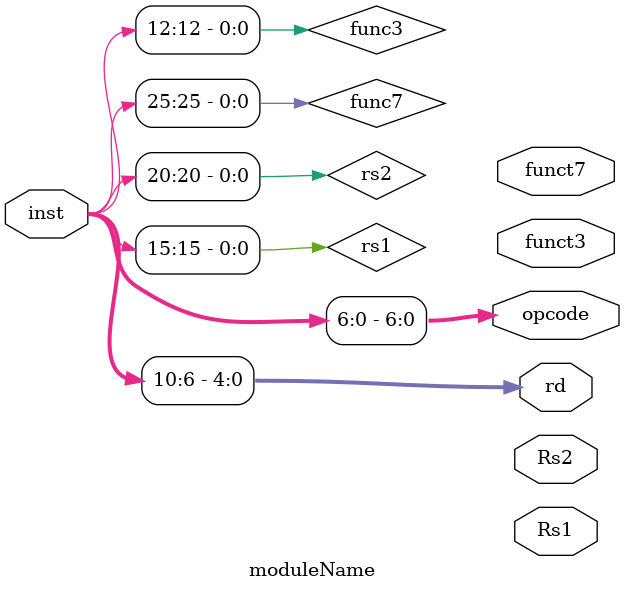
<source format=v>
module moduleName (
    input  [31:0]inst,
    output [4:0] Rs1,
    output [4:0] Rs2,
    output [4:0] rd,
    output [6:0] funct7,
    output [4:0] funct3,
    output [6:0] opcode,
);
    assign rs1 = inst[19:15];
    assign rs2 = inst[25:20];
    assign rd = inst[11:6];
    assign func7 = inst[31:25];
    assign func3 = inst[15:12];
    assign opcode = inst[6:0];

endmodule
</source>
